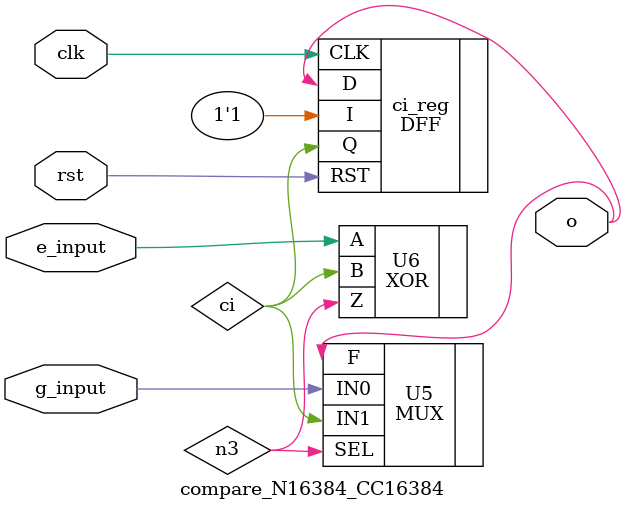
<source format=v>

module compare_N16384_CC16384 ( clk, rst, g_input, e_input, o );
  input [0:0] g_input;
  input [0:0] e_input;
  input clk, rst;
  output o;
  wire   ci, n3;

  DFF ci_reg ( .D(o), .CLK(clk), .RST(rst), .I(1'b1), .Q(ci) );
  MUX U5 ( .IN0(g_input[0]), .IN1(ci), .SEL(n3), .F(o) );
  XOR U6 ( .A(e_input[0]), .B(ci), .Z(n3) );
endmodule


</source>
